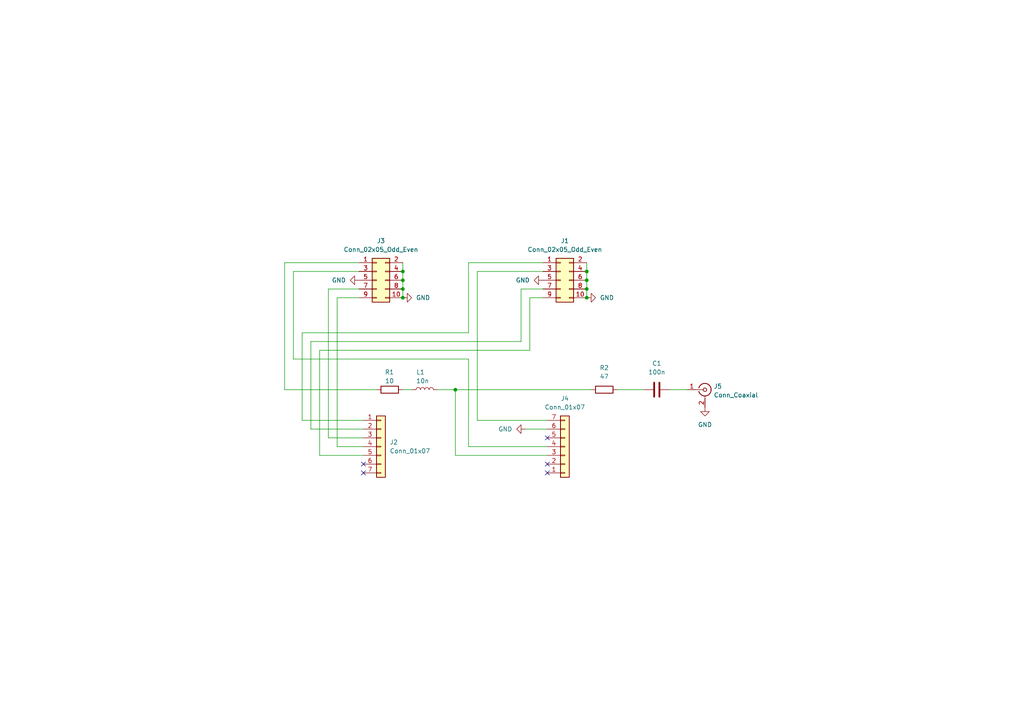
<source format=kicad_sch>
(kicad_sch (version 20211123) (generator eeschema)
  (paper "A4")
  (lib_symbols
    (symbol "Connector:Conn_Coaxial" (pin_names (offset 1.016) hide)
      (property "Reference" "J" (at 0.254 3.048 0))
      (property "Value" "Conn_Coaxial" (at 2.921 0 90))
      (symbol "Conn_Coaxial_0_1"
        (arc (start -1.778 -0.508) (mid 0.2311 -1.8066) (end 1.778 0) (stroke (width 0.254)))
        (polyline (pts (xy -2.54 0) (xy -0.508 0)))
        (polyline (pts (xy 0 -2.54) (xy 0 -1.778)))
        (circle (center 0 0) (radius 0.508) (stroke (width 0.2032)))
        (arc (start 1.778 0) (mid 0.2099 1.8101) (end -1.778 0.508) (stroke (width 0.254)))
      )
      (symbol "Conn_Coaxial_1_1"
        (pin passive line (at -5.08 0 0) (length 2.54) (name "In") (number "1"))
        (pin passive line (at 0 -5.08 90) (length 2.54) (name "Ext") (number "2"))
      )
    )
    (symbol "Connector_Generic:Conn_01x07" (pin_names (offset 1.016) hide)
      (property "Reference" "J" (at 0 10.16 0))
      (property "Value" "Conn_01x07" (at 0 -10.16 0))
      (symbol "Conn_01x07_1_1"
        (rectangle (start -1.27 -7.493) (end 0 -7.747) (stroke (width 0.1524)))
        (rectangle (start -1.27 -4.953) (end 0 -5.207) (stroke (width 0.1524)))
        (rectangle (start -1.27 -2.413) (end 0 -2.667) (stroke (width 0.1524)))
        (rectangle (start -1.27 0.127) (end 0 -0.127) (stroke (width 0.1524)))
        (rectangle (start -1.27 2.667) (end 0 2.413) (stroke (width 0.1524)))
        (rectangle (start -1.27 5.207) (end 0 4.953) (stroke (width 0.1524)))
        (rectangle (start -1.27 7.747) (end 0 7.493) (stroke (width 0.1524)))
        (rectangle (start -1.27 8.89) (end 1.27 -8.89) (stroke (width 0.254)) (fill (type background)))
        (pin passive line (at -5.08 7.62 0) (length 3.81) (name "Pin_1") (number "1"))
        (pin passive line (at -5.08 5.08 0) (length 3.81) (name "Pin_2") (number "2"))
        (pin passive line (at -5.08 2.54 0) (length 3.81) (name "Pin_3") (number "3"))
        (pin passive line (at -5.08 0 0) (length 3.81) (name "Pin_4") (number "4"))
        (pin passive line (at -5.08 -2.54 0) (length 3.81) (name "Pin_5") (number "5"))
        (pin passive line (at -5.08 -5.08 0) (length 3.81) (name "Pin_6") (number "6"))
        (pin passive line (at -5.08 -7.62 0) (length 3.81) (name "Pin_7") (number "7"))
      )
    )
    (symbol "Connector_Generic:Conn_02x05_Odd_Even" (pin_names (offset 1.016) hide)
      (property "Reference" "J" (at 1.27 7.62 0))
      (property "Value" "Conn_02x05_Odd_Even" (at 1.27 -7.62 0))
      (symbol "Conn_02x05_Odd_Even_1_1"
        (rectangle (start -1.27 -4.953) (end 0 -5.207) (stroke (width 0.1524)))
        (rectangle (start -1.27 -2.413) (end 0 -2.667) (stroke (width 0.1524)))
        (rectangle (start -1.27 0.127) (end 0 -0.127) (stroke (width 0.1524)))
        (rectangle (start -1.27 2.667) (end 0 2.413) (stroke (width 0.1524)))
        (rectangle (start -1.27 5.207) (end 0 4.953) (stroke (width 0.1524)))
        (rectangle (start -1.27 6.35) (end 3.81 -6.35) (stroke (width 0.254)) (fill (type background)))
        (rectangle (start 3.81 -4.953) (end 2.54 -5.207) (stroke (width 0.1524)))
        (rectangle (start 3.81 -2.413) (end 2.54 -2.667) (stroke (width 0.1524)))
        (rectangle (start 3.81 0.127) (end 2.54 -0.127) (stroke (width 0.1524)))
        (rectangle (start 3.81 2.667) (end 2.54 2.413) (stroke (width 0.1524)))
        (rectangle (start 3.81 5.207) (end 2.54 4.953) (stroke (width 0.1524)))
        (pin passive line (at -5.08 5.08 0) (length 3.81) (name "Pin_1") (number "1"))
        (pin passive line (at 7.62 -5.08 180) (length 3.81) (name "Pin_10") (number "10"))
        (pin passive line (at 7.62 5.08 180) (length 3.81) (name "Pin_2") (number "2"))
        (pin passive line (at -5.08 2.54 0) (length 3.81) (name "Pin_3") (number "3"))
        (pin passive line (at 7.62 2.54 180) (length 3.81) (name "Pin_4") (number "4"))
        (pin passive line (at -5.08 0 0) (length 3.81) (name "Pin_5") (number "5"))
        (pin passive line (at 7.62 0 180) (length 3.81) (name "Pin_6") (number "6"))
        (pin passive line (at -5.08 -2.54 0) (length 3.81) (name "Pin_7") (number "7"))
        (pin passive line (at 7.62 -2.54 180) (length 3.81) (name "Pin_8") (number "8"))
        (pin passive line (at -5.08 -5.08 0) (length 3.81) (name "Pin_9") (number "9"))
      )
    )
    (symbol "Device:C" (pin_numbers hide) (pin_names (offset 0.254))
      (property "Reference" "C" (at 0.635 2.54 0))
      (property "Value" "C" (at 0.635 -2.54 0))
      (symbol "C_0_1"
        (polyline (pts (xy -2.032 -0.762) (xy 2.032 -0.762)) (stroke (width 0.508)))
        (polyline (pts (xy -2.032 0.762) (xy 2.032 0.762)) (stroke (width 0.508)))
      )
      (symbol "C_1_1"
        (pin passive line (at 0 3.81 270) (length 2.794) (name "~") (number "1"))
        (pin passive line (at 0 -3.81 90) (length 2.794) (name "~") (number "2"))
      )
    )
    (symbol "Device:L" (pin_numbers hide) (pin_names (offset 1.016) hide)
      (property "Reference" "L" (at -1.27 0 90))
      (property "Value" "L" (at 1.905 0 90))
      (symbol "L_0_1"
        (arc (start 0 -2.54) (mid 0.635 -1.905) (end 0 -1.27))
        (arc (start 0 -1.27) (mid 0.635 -0.635) (end 0 0))
        (arc (start 0 0) (mid 0.635 0.635) (end 0 1.27))
        (arc (start 0 1.27) (mid 0.635 1.905) (end 0 2.54))
      )
      (symbol "L_1_1"
        (pin passive line (at 0 3.81 270) (length 1.27) (name "1") (number "1"))
        (pin passive line (at 0 -3.81 90) (length 1.27) (name "2") (number "2"))
      )
    )
    (symbol "Device:R" (pin_numbers hide) (pin_names (offset 0))
      (property "Reference" "R" (at 2.032 0 90))
      (property "Value" "R" (at 0 0 90))
      (symbol "R_0_1"
        (rectangle (start -1.016 -2.54) (end 1.016 2.54) (stroke (width 0.254)))
      )
      (symbol "R_1_1"
        (pin passive line (at 0 3.81 270) (length 1.27) (name "~") (number "1"))
        (pin passive line (at 0 -3.81 90) (length 1.27) (name "~") (number "2"))
      )
    )
    (symbol "power:GND" (power) (pin_names (offset 0))
      (property "Value" "GND" (at 0 -3.81 0))
      (symbol "GND_0_1"
        (polyline (pts (xy 0 0) (xy 0 -1.27) (xy 1.27 -1.27) (xy 0 -2.54) (xy -1.27 -1.27) (xy 0 -1.27)))
      )
      (symbol "GND_1_1"
        (pin power_in line (at 0 0 270) (length 0) hide (name "GND") (number "1"))
      )
    )
  )
  (junction (at 170.18 81.28))
  (junction (at 170.18 78.74))
  (junction (at 116.84 81.28))
  (junction (at 116.84 78.74))
  (junction (at 132.08 113.03))
  (junction (at 116.84 83.82))
  (junction (at 116.84 86.36))
  (junction (at 170.18 83.82))
  (junction (at 170.18 86.36))
  (no_connect (at 158.75 134.62))
  (no_connect (at 158.75 137.16))
  (no_connect (at 105.41 134.62))
  (no_connect (at 158.75 127))
  (no_connect (at 105.41 137.16))
  (wire (pts (xy 92.71 132.08) (xy 105.41 132.08)))
  (wire (pts (xy 87.63 121.92) (xy 105.41 121.92)))
  (wire (pts (xy 132.08 132.08) (xy 158.75 132.08)))
  (wire (pts (xy 82.55 76.2) (xy 82.55 113.03)))
  (wire (pts (xy 138.43 121.92) (xy 158.75 121.92)))
  (wire (pts (xy 157.48 86.36) (xy 153.67 86.36)))
  (wire (pts (xy 135.89 76.2) (xy 135.89 96.52)))
  (wire (pts (xy 170.18 76.2) (xy 170.18 78.74)))
  (wire (pts (xy 116.84 81.28) (xy 116.84 83.82)))
  (wire (pts (xy 135.89 96.52) (xy 87.63 96.52)))
  (wire (pts (xy 127 113.03) (xy 132.08 113.03)))
  (wire (pts (xy 104.14 86.36) (xy 97.79 86.36)))
  (wire (pts (xy 157.48 78.74) (xy 138.43 78.74)))
  (wire (pts (xy 157.48 76.2) (xy 135.89 76.2)))
  (wire (pts (xy 170.18 78.74) (xy 170.18 81.28)))
  (wire (pts (xy 95.25 83.82) (xy 95.25 127)))
  (wire (pts (xy 104.14 76.2) (xy 82.55 76.2)))
  (wire (pts (xy 90.17 124.46) (xy 105.41 124.46)))
  (wire (pts (xy 151.13 99.06) (xy 90.17 99.06)))
  (wire (pts (xy 92.71 101.6) (xy 92.71 132.08)))
  (wire (pts (xy 170.18 81.28) (xy 170.18 83.82)))
  (wire (pts (xy 151.13 83.82) (xy 157.48 83.82)))
  (wire (pts (xy 151.13 83.82) (xy 151.13 99.06)))
  (wire (pts (xy 153.67 86.36) (xy 153.67 101.6)))
  (wire (pts (xy 194.31 113.03) (xy 199.39 113.03)))
  (wire (pts (xy 104.14 78.74) (xy 85.09 78.74)))
  (wire (pts (xy 179.07 113.03) (xy 186.69 113.03)))
  (wire (pts (xy 116.84 113.03) (xy 119.38 113.03)))
  (wire (pts (xy 170.18 83.82) (xy 170.18 86.36)))
  (wire (pts (xy 116.84 76.2) (xy 116.84 78.74)))
  (wire (pts (xy 85.09 104.14) (xy 135.89 104.14)))
  (wire (pts (xy 97.79 86.36) (xy 97.79 129.54)))
  (wire (pts (xy 153.67 101.6) (xy 92.71 101.6)))
  (wire (pts (xy 135.89 104.14) (xy 135.89 129.54)))
  (wire (pts (xy 90.17 99.06) (xy 90.17 124.46)))
  (wire (pts (xy 116.84 83.82) (xy 116.84 86.36)))
  (wire (pts (xy 132.08 113.03) (xy 132.08 132.08)))
  (wire (pts (xy 95.25 127) (xy 105.41 127)))
  (wire (pts (xy 85.09 78.74) (xy 85.09 104.14)))
  (wire (pts (xy 87.63 96.52) (xy 87.63 121.92)))
  (wire (pts (xy 82.55 113.03) (xy 109.22 113.03)))
  (wire (pts (xy 138.43 78.74) (xy 138.43 121.92)))
  (wire (pts (xy 135.89 129.54) (xy 158.75 129.54)))
  (wire (pts (xy 116.84 78.74) (xy 116.84 81.28)))
  (wire (pts (xy 152.4 124.46) (xy 158.75 124.46)))
  (wire (pts (xy 97.79 129.54) (xy 105.41 129.54)))
  (wire (pts (xy 104.14 83.82) (xy 95.25 83.82)))
  (wire (pts (xy 132.08 113.03) (xy 171.45 113.03)))
  (symbol (lib_id "Connector_Generic:Conn_01x07") (at 110.49 129.54 0) (unit 1)
    (property "Reference" "J2" (at 113.03 128.2699 0) (effects (justify left)))
    (property "Value" "Conn_01x07" (at 113.03 130.8099 0) (effects (justify left)))
    (property "Footprint" "laserSocket:socket left" (effects hide))
  )
  (symbol (lib_id "Connector_Generic:Conn_02x05_Odd_Even") (at 109.22 81.28 0) (unit 1)
    (property "Reference" "J3" (at 110.49 69.85 0))
    (property "Value" "Conn_02x05_Odd_Even" (at 110.49 72.39 0))
    (property "Footprint" "Connector_PinSocket_2.54mm:PinSocket_2x05_P2.54mm_Vertical_SMD" (effects hide))
  )
  (symbol (lib_id "power:GND") (at 170.18 86.36 90) (unit 1)
    (property "Reference" "#PWR0104" (effects hide))
    (property "Value" "GND" (at 173.99 86.3599 90) (effects (justify right)))
  )
  (symbol (lib_id "Connector_Generic:Conn_02x05_Odd_Even") (at 162.56 81.28 0) (unit 1)
    (property "Reference" "J1" (at 163.83 69.85 0))
    (property "Value" "Conn_02x05_Odd_Even" (at 163.83 72.39 0))
    (property "Footprint" "Connector_PinSocket_2.54mm:PinSocket_2x05_P2.54mm_Vertical_SMD" (effects hide))
  )
  (symbol (lib_id "power:GND") (at 204.47 118.11 0) (unit 1)
    (property "Reference" "#PWR0102" (effects hide))
    (property "Value" "GND" (at 204.47 123.19 0))
  )
  (symbol (lib_id "power:GND") (at 104.14 81.28 270) (unit 1)
    (property "Reference" "#PWR0101" (effects hide))
    (property "Value" "GND" (at 100.33 81.2799 90) (effects (justify right)))
  )
  (symbol (lib_id "Device:R") (at 113.03 113.03 90) (unit 1)
    (property "Reference" "R1" (at 114.3 107.95 90) (effects (justify left)))
    (property "Value" "10" (at 114.2999 110.49 90) (effects (justify left)))
    (property "Footprint" "Resistor_SMD:R_0805_2012Metric" (effects hide))
  )
  (symbol (lib_id "power:GND") (at 152.4 124.46 270) (unit 1)
    (property "Reference" "#PWR0106" (effects hide))
    (property "Value" "GND" (at 148.59 124.4599 90) (effects (justify right)))
  )
  (symbol (lib_id "power:GND") (at 157.48 81.28 270) (unit 1)
    (property "Reference" "#PWR0103" (effects hide))
    (property "Value" "GND" (at 153.67 81.2799 90) (effects (justify right)))
  )
  (symbol (lib_id "Connector_Generic:Conn_01x07") (at 163.83 129.54 0) (mirror x) (unit 1)
    (property "Reference" "J4" (at 163.83 115.57 0))
    (property "Value" "Conn_01x07" (at 163.83 118.11 0))
    (property "Footprint" "laserSocket:socket left" (effects hide))
  )
  (symbol (lib_id "Device:L") (at 123.19 113.03 90) (unit 1)
    (property "Reference" "L1" (at 123.19 107.95 90) (effects (justify left)))
    (property "Value" "10n" (at 124.46 110.49 90) (effects (justify left)))
    (property "Footprint" "Inductor_SMD:L_1210_3225Metric" (effects hide))
  )
  (symbol (lib_id "Device:C") (at 190.5 113.03 90) (unit 1)
    (property "Reference" "C1" (at 190.5 105.41 90))
    (property "Value" "100n" (at 190.5 107.95 90))
    (property "Footprint" "Capacitor_SMD:C_0805_2012Metric" (effects hide))
  )
  (symbol (lib_id "Connector:Conn_Coaxial") (at 204.47 113.03 0) (unit 1)
    (property "Reference" "J5" (at 207.01 112.0531 0) (effects (justify left)))
    (property "Value" "Conn_Coaxial" (at 207.01 114.5931 0) (effects (justify left)))
    (property "Footprint" "Connector_Coaxial:SMA_Amphenol_132289_EdgeMount" (effects hide))
    (property "Datasheet" " ~" (effects hide))
  )
  (symbol (lib_id "Device:R") (at 175.26 113.03 90) (unit 1)
    (property "Reference" "R2" (at 175.26 106.68 90))
    (property "Value" "47" (at 175.26 109.22 90))
    (property "Footprint" "Resistor_SMD:R_0805_2012Metric" (effects hide))
  )
  (symbol (lib_id "power:GND") (at 116.84 86.36 90) (unit 1)
    (property "Reference" "#PWR0105" (effects hide))
    (property "Value" "GND" (at 120.65 86.3599 90) (effects (justify right)))
  )
)
</source>
